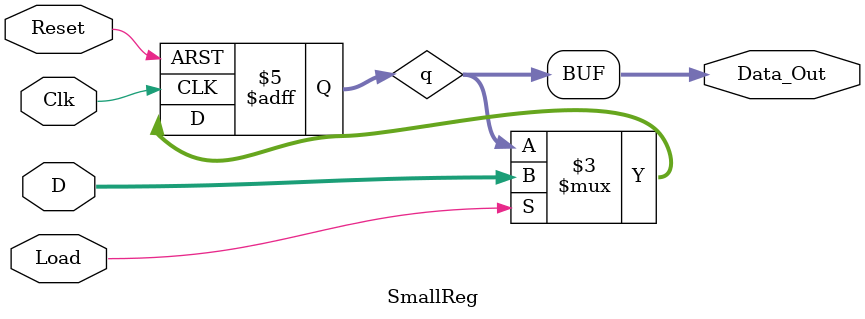
<source format=sv>
module SmallReg(input  logic Clk, Reset, Load,
              input  logic [127:0]  D,
              output logic [127:0]  Data_Out);

				  logic [127:0] q;
				  assign Data_Out = q;
always_ff @ (posedge Clk or posedge Reset)
    begin

	 	 if (Reset)
			  q <= 16'h0;
		 else if (Load)
			  q <= D;
		 else
			q <= Data_Out;

    end

endmodule

</source>
